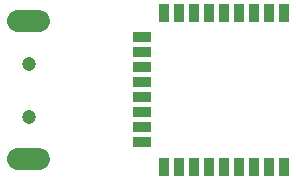
<source format=gbr>
G04 EAGLE Gerber RS-274X export*
G75*
%MOMM*%
%FSLAX34Y34*%
%LPD*%
%INSoldermask Bottom*%
%IPPOS*%
%AMOC8*
5,1,8,0,0,1.08239X$1,22.5*%
G01*
%ADD10R,0.812800X1.524000*%
%ADD11R,1.524000X0.812800*%
%ADD12C,1.879600*%
%ADD13C,1.201600*%
%ADD14C,0.901600*%


D10*
X298959Y164271D03*
X311659Y164271D03*
X324359Y164271D03*
X337059Y164271D03*
X349759Y164271D03*
X362459Y164271D03*
X375159Y164271D03*
X387859Y164271D03*
D11*
X280169Y144421D03*
X280169Y131721D03*
X280169Y119021D03*
X280169Y106321D03*
X280169Y93621D03*
X280169Y80921D03*
X280169Y68221D03*
D10*
X298959Y34301D03*
X311659Y34301D03*
X324359Y34301D03*
X337059Y34301D03*
X349759Y34301D03*
X362459Y34301D03*
X375159Y34301D03*
X387859Y34301D03*
D11*
X280169Y55521D03*
D10*
X400559Y34301D03*
X400559Y164271D03*
D12*
X193190Y157500D02*
X175410Y157500D01*
X175410Y40500D02*
X193190Y40500D01*
D13*
X185000Y121500D03*
X185000Y76500D03*
D14*
X188300Y40500D03*
X192300Y40500D03*
X180300Y40500D03*
X176300Y40500D03*
X188300Y157500D03*
X192300Y157500D03*
X180300Y157500D03*
X176300Y157500D03*
M02*

</source>
